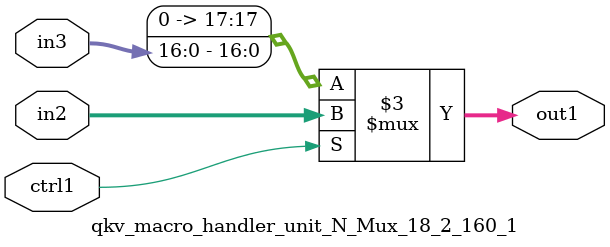
<source format=v>

`timescale 1ps / 1ps


module qkv_macro_handler_unit_N_Mux_18_2_160_1( in3, in2, ctrl1, out1 );

    input [16:0] in3;
    input [17:0] in2;
    input ctrl1;
    output [17:0] out1;
    reg [17:0] out1;

    
    // rtl_process:qkv_macro_handler_unit_N_Mux_18_2_160_1/qkv_macro_handler_unit_N_Mux_18_2_160_1_thread_1
    always @*
      begin : qkv_macro_handler_unit_N_Mux_18_2_160_1_thread_1
        case (ctrl1) 
          1'b1: 
            begin
              out1 = in2;
            end
          default: 
            begin
              out1 = {1'b0, in3};
            end
        endcase
      end

endmodule



</source>
